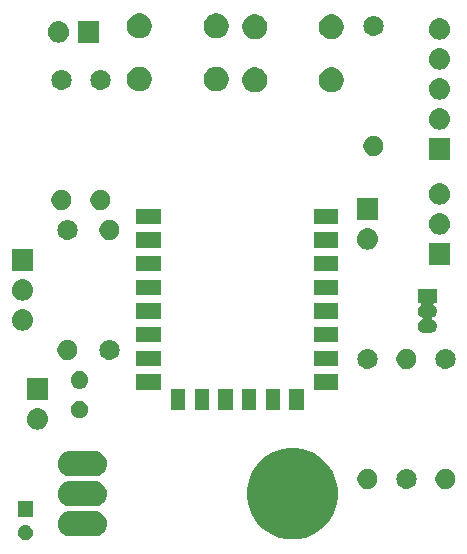
<source format=gbr>
G04 #@! TF.GenerationSoftware,KiCad,Pcbnew,(5.0.1-3-g963ef8bb5)*
G04 #@! TF.CreationDate,2020-03-04T16:59:10-05:00*
G04 #@! TF.ProjectId,NeuMaE,4E65754D61452E6B696361645F706362,rev?*
G04 #@! TF.SameCoordinates,Original*
G04 #@! TF.FileFunction,Soldermask,Top*
G04 #@! TF.FilePolarity,Negative*
%FSLAX46Y46*%
G04 Gerber Fmt 4.6, Leading zero omitted, Abs format (unit mm)*
G04 Created by KiCad (PCBNEW (5.0.1-3-g963ef8bb5)) date Wednesday, 04 March 2020 at 16:59:10*
%MOMM*%
%LPD*%
G01*
G04 APERTURE LIST*
G04 #@! TA.AperFunction,NonConductor*
%ADD10C,0.100000*%
G04 #@! TD*
G04 APERTURE END LIST*
D10*
G36*
X50481890Y-60302017D02*
X50600361Y-60351089D01*
X50600364Y-60351091D01*
X50684285Y-60407165D01*
X50706992Y-60422338D01*
X50797662Y-60513008D01*
X50868911Y-60619639D01*
X50917983Y-60738110D01*
X50943000Y-60863881D01*
X50943000Y-60992119D01*
X50917983Y-61117890D01*
X50868911Y-61236361D01*
X50797662Y-61342992D01*
X50706992Y-61433662D01*
X50600361Y-61504911D01*
X50481890Y-61553983D01*
X50356119Y-61579000D01*
X50227881Y-61579000D01*
X50102110Y-61553983D01*
X49983639Y-61504911D01*
X49877008Y-61433662D01*
X49786338Y-61342992D01*
X49715089Y-61236361D01*
X49666017Y-61117890D01*
X49641000Y-60992119D01*
X49641000Y-60863881D01*
X49666017Y-60738110D01*
X49715089Y-60619639D01*
X49786338Y-60513008D01*
X49877008Y-60422338D01*
X49899716Y-60407165D01*
X49983636Y-60351091D01*
X49983639Y-60351089D01*
X50102110Y-60302017D01*
X50227881Y-60277000D01*
X50356119Y-60277000D01*
X50481890Y-60302017D01*
X50481890Y-60302017D01*
G37*
G36*
X74024211Y-53945375D02*
X74726868Y-54236425D01*
X75359247Y-54658967D01*
X75897033Y-55196753D01*
X76319575Y-55829132D01*
X76610625Y-56531789D01*
X76759000Y-57277723D01*
X76759000Y-58038277D01*
X76610625Y-58784211D01*
X76319575Y-59486868D01*
X75897033Y-60119247D01*
X75359247Y-60657033D01*
X74726868Y-61079575D01*
X74024211Y-61370625D01*
X73278277Y-61519000D01*
X72517723Y-61519000D01*
X71771789Y-61370625D01*
X71069132Y-61079575D01*
X70436753Y-60657033D01*
X69898967Y-60119247D01*
X69476425Y-59486868D01*
X69185375Y-58784211D01*
X69037000Y-58038277D01*
X69037000Y-57277723D01*
X69185375Y-56531789D01*
X69476425Y-55829132D01*
X69898967Y-55196753D01*
X70436753Y-54658967D01*
X71069132Y-54236425D01*
X71771789Y-53945375D01*
X72517723Y-53797000D01*
X73278277Y-53797000D01*
X74024211Y-53945375D01*
X74024211Y-53945375D01*
G37*
G36*
X56249114Y-59137176D02*
X56343168Y-59146439D01*
X56544299Y-59207451D01*
X56576899Y-59224876D01*
X56729662Y-59306529D01*
X56892133Y-59439867D01*
X57025471Y-59602338D01*
X57107124Y-59755101D01*
X57124549Y-59787701D01*
X57185561Y-59988832D01*
X57206162Y-60198000D01*
X57185561Y-60407168D01*
X57124549Y-60608299D01*
X57107124Y-60640899D01*
X57025471Y-60793662D01*
X56892133Y-60956133D01*
X56729662Y-61089471D01*
X56576899Y-61171124D01*
X56544299Y-61188549D01*
X56343168Y-61249561D01*
X56249114Y-61258824D01*
X56186413Y-61265000D01*
X54049587Y-61265000D01*
X53986886Y-61258824D01*
X53892832Y-61249561D01*
X53691701Y-61188549D01*
X53659101Y-61171124D01*
X53506338Y-61089471D01*
X53343867Y-60956133D01*
X53210529Y-60793662D01*
X53128876Y-60640899D01*
X53111451Y-60608299D01*
X53050439Y-60407168D01*
X53029838Y-60198000D01*
X53050439Y-59988832D01*
X53111451Y-59787701D01*
X53128876Y-59755101D01*
X53210529Y-59602338D01*
X53343867Y-59439867D01*
X53506338Y-59306529D01*
X53659101Y-59224876D01*
X53691701Y-59207451D01*
X53892832Y-59146439D01*
X53986886Y-59137176D01*
X54049587Y-59131000D01*
X56186413Y-59131000D01*
X56249114Y-59137176D01*
X56249114Y-59137176D01*
G37*
G36*
X50943000Y-59579000D02*
X49641000Y-59579000D01*
X49641000Y-58277000D01*
X50943000Y-58277000D01*
X50943000Y-59579000D01*
X50943000Y-59579000D01*
G37*
G36*
X56249114Y-56597176D02*
X56343168Y-56606439D01*
X56544299Y-56667451D01*
X56576899Y-56684876D01*
X56729662Y-56766529D01*
X56892133Y-56899867D01*
X57025471Y-57062338D01*
X57068129Y-57142147D01*
X57124549Y-57247701D01*
X57185561Y-57448832D01*
X57206162Y-57658000D01*
X57185561Y-57867168D01*
X57124549Y-58068299D01*
X57124546Y-58068304D01*
X57025471Y-58253662D01*
X56892133Y-58416133D01*
X56729662Y-58549471D01*
X56576899Y-58631124D01*
X56544299Y-58648549D01*
X56343168Y-58709561D01*
X56249114Y-58718824D01*
X56186413Y-58725000D01*
X54049587Y-58725000D01*
X53986886Y-58718824D01*
X53892832Y-58709561D01*
X53691701Y-58648549D01*
X53659101Y-58631124D01*
X53506338Y-58549471D01*
X53343867Y-58416133D01*
X53210529Y-58253662D01*
X53111454Y-58068304D01*
X53111451Y-58068299D01*
X53050439Y-57867168D01*
X53029838Y-57658000D01*
X53050439Y-57448832D01*
X53111451Y-57247701D01*
X53167871Y-57142147D01*
X53210529Y-57062338D01*
X53343867Y-56899867D01*
X53506338Y-56766529D01*
X53659101Y-56684876D01*
X53691701Y-56667451D01*
X53892832Y-56606439D01*
X53986886Y-56597176D01*
X54049587Y-56591000D01*
X56186413Y-56591000D01*
X56249114Y-56597176D01*
X56249114Y-56597176D01*
G37*
G36*
X79496228Y-55569703D02*
X79651100Y-55633853D01*
X79790481Y-55726985D01*
X79909015Y-55845519D01*
X80002147Y-55984900D01*
X80066297Y-56139772D01*
X80099000Y-56304184D01*
X80099000Y-56471816D01*
X80066297Y-56636228D01*
X80002147Y-56791100D01*
X79909015Y-56930481D01*
X79790481Y-57049015D01*
X79651100Y-57142147D01*
X79496228Y-57206297D01*
X79331816Y-57239000D01*
X79164184Y-57239000D01*
X78999772Y-57206297D01*
X78844900Y-57142147D01*
X78705519Y-57049015D01*
X78586985Y-56930481D01*
X78493853Y-56791100D01*
X78429703Y-56636228D01*
X78397000Y-56471816D01*
X78397000Y-56304184D01*
X78429703Y-56139772D01*
X78493853Y-55984900D01*
X78586985Y-55845519D01*
X78705519Y-55726985D01*
X78844900Y-55633853D01*
X78999772Y-55569703D01*
X79164184Y-55537000D01*
X79331816Y-55537000D01*
X79496228Y-55569703D01*
X79496228Y-55569703D01*
G37*
G36*
X82716821Y-55549313D02*
X82716824Y-55549314D01*
X82716825Y-55549314D01*
X82877239Y-55597975D01*
X82877241Y-55597976D01*
X82877244Y-55597977D01*
X83025078Y-55676995D01*
X83154659Y-55783341D01*
X83261005Y-55912922D01*
X83340023Y-56060756D01*
X83340024Y-56060759D01*
X83340025Y-56060761D01*
X83373029Y-56169561D01*
X83388687Y-56221179D01*
X83405117Y-56388000D01*
X83388687Y-56554821D01*
X83388686Y-56554824D01*
X83388686Y-56554825D01*
X83363993Y-56636228D01*
X83340023Y-56715244D01*
X83261005Y-56863078D01*
X83154659Y-56992659D01*
X83025078Y-57099005D01*
X82877244Y-57178023D01*
X82877241Y-57178024D01*
X82877239Y-57178025D01*
X82716825Y-57226686D01*
X82716824Y-57226686D01*
X82716821Y-57226687D01*
X82591804Y-57239000D01*
X82508196Y-57239000D01*
X82383179Y-57226687D01*
X82383176Y-57226686D01*
X82383175Y-57226686D01*
X82222761Y-57178025D01*
X82222759Y-57178024D01*
X82222756Y-57178023D01*
X82074922Y-57099005D01*
X81945341Y-56992659D01*
X81838995Y-56863078D01*
X81759977Y-56715244D01*
X81736008Y-56636228D01*
X81711314Y-56554825D01*
X81711314Y-56554824D01*
X81711313Y-56554821D01*
X81694883Y-56388000D01*
X81711313Y-56221179D01*
X81726971Y-56169561D01*
X81759975Y-56060761D01*
X81759976Y-56060759D01*
X81759977Y-56060756D01*
X81838995Y-55912922D01*
X81945341Y-55783341D01*
X82074922Y-55676995D01*
X82222756Y-55597977D01*
X82222759Y-55597976D01*
X82222761Y-55597975D01*
X82383175Y-55549314D01*
X82383176Y-55549314D01*
X82383179Y-55549313D01*
X82508196Y-55537000D01*
X82591804Y-55537000D01*
X82716821Y-55549313D01*
X82716821Y-55549313D01*
G37*
G36*
X86100228Y-55569703D02*
X86255100Y-55633853D01*
X86394481Y-55726985D01*
X86513015Y-55845519D01*
X86606147Y-55984900D01*
X86670297Y-56139772D01*
X86703000Y-56304184D01*
X86703000Y-56471816D01*
X86670297Y-56636228D01*
X86606147Y-56791100D01*
X86513015Y-56930481D01*
X86394481Y-57049015D01*
X86255100Y-57142147D01*
X86100228Y-57206297D01*
X85935816Y-57239000D01*
X85768184Y-57239000D01*
X85603772Y-57206297D01*
X85448900Y-57142147D01*
X85309519Y-57049015D01*
X85190985Y-56930481D01*
X85097853Y-56791100D01*
X85033703Y-56636228D01*
X85001000Y-56471816D01*
X85001000Y-56304184D01*
X85033703Y-56139772D01*
X85097853Y-55984900D01*
X85190985Y-55845519D01*
X85309519Y-55726985D01*
X85448900Y-55633853D01*
X85603772Y-55569703D01*
X85768184Y-55537000D01*
X85935816Y-55537000D01*
X86100228Y-55569703D01*
X86100228Y-55569703D01*
G37*
G36*
X56249114Y-54057176D02*
X56343168Y-54066439D01*
X56544299Y-54127451D01*
X56576899Y-54144876D01*
X56729662Y-54226529D01*
X56892133Y-54359867D01*
X57025471Y-54522338D01*
X57098499Y-54658965D01*
X57124549Y-54707701D01*
X57185561Y-54908832D01*
X57206162Y-55118000D01*
X57185561Y-55327168D01*
X57124549Y-55528299D01*
X57124546Y-55528304D01*
X57025471Y-55713662D01*
X56892133Y-55876133D01*
X56729662Y-56009471D01*
X56576899Y-56091124D01*
X56544299Y-56108549D01*
X56343168Y-56169561D01*
X56249114Y-56178824D01*
X56186413Y-56185000D01*
X54049587Y-56185000D01*
X53986886Y-56178824D01*
X53892832Y-56169561D01*
X53691701Y-56108549D01*
X53659101Y-56091124D01*
X53506338Y-56009471D01*
X53343867Y-55876133D01*
X53210529Y-55713662D01*
X53111454Y-55528304D01*
X53111451Y-55528299D01*
X53050439Y-55327168D01*
X53029838Y-55118000D01*
X53050439Y-54908832D01*
X53111451Y-54707701D01*
X53137501Y-54658965D01*
X53210529Y-54522338D01*
X53343867Y-54359867D01*
X53506338Y-54226529D01*
X53659101Y-54144876D01*
X53691701Y-54127451D01*
X53892832Y-54066439D01*
X53986886Y-54057176D01*
X54049587Y-54051000D01*
X56186413Y-54051000D01*
X56249114Y-54057176D01*
X56249114Y-54057176D01*
G37*
G36*
X51418443Y-50413519D02*
X51484627Y-50420037D01*
X51597853Y-50454384D01*
X51654467Y-50471557D01*
X51793087Y-50545652D01*
X51810991Y-50555222D01*
X51836310Y-50576001D01*
X51948186Y-50667814D01*
X52031448Y-50769271D01*
X52060778Y-50805009D01*
X52060779Y-50805011D01*
X52144443Y-50961533D01*
X52144443Y-50961534D01*
X52195963Y-51131373D01*
X52213359Y-51308000D01*
X52195963Y-51484627D01*
X52161616Y-51597853D01*
X52144443Y-51654467D01*
X52070348Y-51793087D01*
X52060778Y-51810991D01*
X52031448Y-51846729D01*
X51948186Y-51948186D01*
X51846729Y-52031448D01*
X51810991Y-52060778D01*
X51810989Y-52060779D01*
X51654467Y-52144443D01*
X51597853Y-52161616D01*
X51484627Y-52195963D01*
X51418443Y-52202481D01*
X51352260Y-52209000D01*
X51263740Y-52209000D01*
X51197557Y-52202481D01*
X51131373Y-52195963D01*
X51018147Y-52161616D01*
X50961533Y-52144443D01*
X50805011Y-52060779D01*
X50805009Y-52060778D01*
X50769271Y-52031448D01*
X50667814Y-51948186D01*
X50584552Y-51846729D01*
X50555222Y-51810991D01*
X50545652Y-51793087D01*
X50471557Y-51654467D01*
X50454384Y-51597853D01*
X50420037Y-51484627D01*
X50402641Y-51308000D01*
X50420037Y-51131373D01*
X50471557Y-50961534D01*
X50471557Y-50961533D01*
X50555221Y-50805011D01*
X50555222Y-50805009D01*
X50584552Y-50769271D01*
X50667814Y-50667814D01*
X50779690Y-50576001D01*
X50805009Y-50555222D01*
X50822913Y-50545652D01*
X50961533Y-50471557D01*
X51018147Y-50454384D01*
X51131373Y-50420037D01*
X51197558Y-50413518D01*
X51263740Y-50407000D01*
X51352260Y-50407000D01*
X51418443Y-50413519D01*
X51418443Y-50413519D01*
G37*
G36*
X54996004Y-49766544D02*
X55083059Y-49783860D01*
X55219732Y-49840472D01*
X55219733Y-49840473D01*
X55342738Y-49922662D01*
X55447338Y-50027262D01*
X55447340Y-50027265D01*
X55529528Y-50150268D01*
X55586140Y-50286941D01*
X55615000Y-50432033D01*
X55615000Y-50579967D01*
X55586140Y-50725059D01*
X55529528Y-50861732D01*
X55529527Y-50861733D01*
X55447338Y-50984738D01*
X55342738Y-51089338D01*
X55342735Y-51089340D01*
X55219732Y-51171528D01*
X55083059Y-51228140D01*
X54996004Y-51245456D01*
X54937969Y-51257000D01*
X54790031Y-51257000D01*
X54731996Y-51245456D01*
X54644941Y-51228140D01*
X54508268Y-51171528D01*
X54385265Y-51089340D01*
X54385262Y-51089338D01*
X54280662Y-50984738D01*
X54198473Y-50861733D01*
X54198472Y-50861732D01*
X54141860Y-50725059D01*
X54113000Y-50579967D01*
X54113000Y-50432033D01*
X54141860Y-50286941D01*
X54198472Y-50150268D01*
X54280660Y-50027265D01*
X54280662Y-50027262D01*
X54385262Y-49922662D01*
X54508267Y-49840473D01*
X54508268Y-49840472D01*
X54644941Y-49783860D01*
X54731996Y-49766544D01*
X54790031Y-49755000D01*
X54937969Y-49755000D01*
X54996004Y-49766544D01*
X54996004Y-49766544D01*
G37*
G36*
X63838501Y-50576001D02*
X62636501Y-50576001D01*
X62636501Y-48774001D01*
X63838501Y-48774001D01*
X63838501Y-50576001D01*
X63838501Y-50576001D01*
G37*
G36*
X73838501Y-50576001D02*
X72636501Y-50576001D01*
X72636501Y-48774001D01*
X73838501Y-48774001D01*
X73838501Y-50576001D01*
X73838501Y-50576001D01*
G37*
G36*
X71838501Y-50576001D02*
X70636501Y-50576001D01*
X70636501Y-48774001D01*
X71838501Y-48774001D01*
X71838501Y-50576001D01*
X71838501Y-50576001D01*
G37*
G36*
X69838501Y-50576001D02*
X68636501Y-50576001D01*
X68636501Y-48774001D01*
X69838501Y-48774001D01*
X69838501Y-50576001D01*
X69838501Y-50576001D01*
G37*
G36*
X67838501Y-50576001D02*
X66636501Y-50576001D01*
X66636501Y-48774001D01*
X67838501Y-48774001D01*
X67838501Y-50576001D01*
X67838501Y-50576001D01*
G37*
G36*
X65838501Y-50576001D02*
X64636501Y-50576001D01*
X64636501Y-48774001D01*
X65838501Y-48774001D01*
X65838501Y-50576001D01*
X65838501Y-50576001D01*
G37*
G36*
X52209000Y-49669000D02*
X50407000Y-49669000D01*
X50407000Y-47867000D01*
X52209000Y-47867000D01*
X52209000Y-49669000D01*
X52209000Y-49669000D01*
G37*
G36*
X61788501Y-48826001D02*
X59686501Y-48826001D01*
X59686501Y-47524001D01*
X61788501Y-47524001D01*
X61788501Y-48826001D01*
X61788501Y-48826001D01*
G37*
G36*
X76788501Y-48826001D02*
X74686501Y-48826001D01*
X74686501Y-47524001D01*
X76788501Y-47524001D01*
X76788501Y-48826001D01*
X76788501Y-48826001D01*
G37*
G36*
X54996004Y-47266544D02*
X55083059Y-47283860D01*
X55219732Y-47340472D01*
X55219733Y-47340473D01*
X55342738Y-47422662D01*
X55447338Y-47527262D01*
X55447340Y-47527265D01*
X55529528Y-47650268D01*
X55586140Y-47786941D01*
X55615000Y-47932033D01*
X55615000Y-48079967D01*
X55586140Y-48225059D01*
X55529528Y-48361732D01*
X55529527Y-48361733D01*
X55447338Y-48484738D01*
X55342738Y-48589338D01*
X55342735Y-48589340D01*
X55219732Y-48671528D01*
X55083059Y-48728140D01*
X54996004Y-48745456D01*
X54937969Y-48757000D01*
X54790031Y-48757000D01*
X54731996Y-48745456D01*
X54644941Y-48728140D01*
X54508268Y-48671528D01*
X54385265Y-48589340D01*
X54385262Y-48589338D01*
X54280662Y-48484738D01*
X54198473Y-48361733D01*
X54198472Y-48361732D01*
X54141860Y-48225059D01*
X54113000Y-48079967D01*
X54113000Y-47932033D01*
X54141860Y-47786941D01*
X54198472Y-47650268D01*
X54280660Y-47527265D01*
X54280662Y-47527262D01*
X54385262Y-47422662D01*
X54508267Y-47340473D01*
X54508268Y-47340472D01*
X54644941Y-47283860D01*
X54731996Y-47266544D01*
X54790031Y-47255000D01*
X54937969Y-47255000D01*
X54996004Y-47266544D01*
X54996004Y-47266544D01*
G37*
G36*
X82798228Y-45409703D02*
X82953100Y-45473853D01*
X83092481Y-45566985D01*
X83211015Y-45685519D01*
X83304147Y-45824900D01*
X83368297Y-45979772D01*
X83401000Y-46144184D01*
X83401000Y-46311816D01*
X83368297Y-46476228D01*
X83304147Y-46631100D01*
X83211015Y-46770481D01*
X83092481Y-46889015D01*
X82953100Y-46982147D01*
X82798228Y-47046297D01*
X82633816Y-47079000D01*
X82466184Y-47079000D01*
X82301772Y-47046297D01*
X82146900Y-46982147D01*
X82007519Y-46889015D01*
X81888985Y-46770481D01*
X81795853Y-46631100D01*
X81731703Y-46476228D01*
X81699000Y-46311816D01*
X81699000Y-46144184D01*
X81731703Y-45979772D01*
X81795853Y-45824900D01*
X81888985Y-45685519D01*
X82007519Y-45566985D01*
X82146900Y-45473853D01*
X82301772Y-45409703D01*
X82466184Y-45377000D01*
X82633816Y-45377000D01*
X82798228Y-45409703D01*
X82798228Y-45409703D01*
G37*
G36*
X86018821Y-45389313D02*
X86018824Y-45389314D01*
X86018825Y-45389314D01*
X86179239Y-45437975D01*
X86179241Y-45437976D01*
X86179244Y-45437977D01*
X86327078Y-45516995D01*
X86456659Y-45623341D01*
X86563005Y-45752922D01*
X86642023Y-45900756D01*
X86642024Y-45900759D01*
X86642025Y-45900761D01*
X86674701Y-46008481D01*
X86690687Y-46061179D01*
X86707117Y-46228000D01*
X86690687Y-46394821D01*
X86690686Y-46394824D01*
X86690686Y-46394825D01*
X86665993Y-46476228D01*
X86642023Y-46555244D01*
X86563005Y-46703078D01*
X86456659Y-46832659D01*
X86327078Y-46939005D01*
X86179244Y-47018023D01*
X86179241Y-47018024D01*
X86179239Y-47018025D01*
X86018825Y-47066686D01*
X86018824Y-47066686D01*
X86018821Y-47066687D01*
X85893804Y-47079000D01*
X85810196Y-47079000D01*
X85685179Y-47066687D01*
X85685176Y-47066686D01*
X85685175Y-47066686D01*
X85524761Y-47018025D01*
X85524759Y-47018024D01*
X85524756Y-47018023D01*
X85376922Y-46939005D01*
X85247341Y-46832659D01*
X85140995Y-46703078D01*
X85061977Y-46555244D01*
X85038008Y-46476228D01*
X85013314Y-46394825D01*
X85013314Y-46394824D01*
X85013313Y-46394821D01*
X84996883Y-46228000D01*
X85013313Y-46061179D01*
X85029299Y-46008481D01*
X85061975Y-45900761D01*
X85061976Y-45900759D01*
X85061977Y-45900756D01*
X85140995Y-45752922D01*
X85247341Y-45623341D01*
X85376922Y-45516995D01*
X85524756Y-45437977D01*
X85524759Y-45437976D01*
X85524761Y-45437975D01*
X85685175Y-45389314D01*
X85685176Y-45389314D01*
X85685179Y-45389313D01*
X85810196Y-45377000D01*
X85893804Y-45377000D01*
X86018821Y-45389313D01*
X86018821Y-45389313D01*
G37*
G36*
X79414821Y-45389313D02*
X79414824Y-45389314D01*
X79414825Y-45389314D01*
X79575239Y-45437975D01*
X79575241Y-45437976D01*
X79575244Y-45437977D01*
X79723078Y-45516995D01*
X79852659Y-45623341D01*
X79959005Y-45752922D01*
X80038023Y-45900756D01*
X80038024Y-45900759D01*
X80038025Y-45900761D01*
X80070701Y-46008481D01*
X80086687Y-46061179D01*
X80103117Y-46228000D01*
X80086687Y-46394821D01*
X80086686Y-46394824D01*
X80086686Y-46394825D01*
X80061993Y-46476228D01*
X80038023Y-46555244D01*
X79959005Y-46703078D01*
X79852659Y-46832659D01*
X79723078Y-46939005D01*
X79575244Y-47018023D01*
X79575241Y-47018024D01*
X79575239Y-47018025D01*
X79414825Y-47066686D01*
X79414824Y-47066686D01*
X79414821Y-47066687D01*
X79289804Y-47079000D01*
X79206196Y-47079000D01*
X79081179Y-47066687D01*
X79081176Y-47066686D01*
X79081175Y-47066686D01*
X78920761Y-47018025D01*
X78920759Y-47018024D01*
X78920756Y-47018023D01*
X78772922Y-46939005D01*
X78643341Y-46832659D01*
X78536995Y-46703078D01*
X78457977Y-46555244D01*
X78434008Y-46476228D01*
X78409314Y-46394825D01*
X78409314Y-46394824D01*
X78409313Y-46394821D01*
X78392883Y-46228000D01*
X78409313Y-46061179D01*
X78425299Y-46008481D01*
X78457975Y-45900761D01*
X78457976Y-45900759D01*
X78457977Y-45900756D01*
X78536995Y-45752922D01*
X78643341Y-45623341D01*
X78772922Y-45516995D01*
X78920756Y-45437977D01*
X78920759Y-45437976D01*
X78920761Y-45437975D01*
X79081175Y-45389314D01*
X79081176Y-45389314D01*
X79081179Y-45389313D01*
X79206196Y-45377000D01*
X79289804Y-45377000D01*
X79414821Y-45389313D01*
X79414821Y-45389313D01*
G37*
G36*
X76788501Y-46826001D02*
X74686501Y-46826001D01*
X74686501Y-45524001D01*
X76788501Y-45524001D01*
X76788501Y-46826001D01*
X76788501Y-46826001D01*
G37*
G36*
X61788501Y-46826001D02*
X59686501Y-46826001D01*
X59686501Y-45524001D01*
X61788501Y-45524001D01*
X61788501Y-46826001D01*
X61788501Y-46826001D01*
G37*
G36*
X57570821Y-44627313D02*
X57570824Y-44627314D01*
X57570825Y-44627314D01*
X57731239Y-44675975D01*
X57731241Y-44675976D01*
X57731244Y-44675977D01*
X57879078Y-44754995D01*
X58008659Y-44861341D01*
X58115005Y-44990922D01*
X58194023Y-45138756D01*
X58194024Y-45138759D01*
X58194025Y-45138761D01*
X58242686Y-45299175D01*
X58242687Y-45299179D01*
X58259117Y-45466000D01*
X58242687Y-45632821D01*
X58242686Y-45632824D01*
X58242686Y-45632825D01*
X58217993Y-45714228D01*
X58194023Y-45793244D01*
X58115005Y-45941078D01*
X58008659Y-46070659D01*
X57879078Y-46177005D01*
X57731244Y-46256023D01*
X57731241Y-46256024D01*
X57731239Y-46256025D01*
X57570825Y-46304686D01*
X57570824Y-46304686D01*
X57570821Y-46304687D01*
X57445804Y-46317000D01*
X57362196Y-46317000D01*
X57237179Y-46304687D01*
X57237176Y-46304686D01*
X57237175Y-46304686D01*
X57076761Y-46256025D01*
X57076759Y-46256024D01*
X57076756Y-46256023D01*
X56928922Y-46177005D01*
X56799341Y-46070659D01*
X56692995Y-45941078D01*
X56613977Y-45793244D01*
X56590008Y-45714228D01*
X56565314Y-45632825D01*
X56565314Y-45632824D01*
X56565313Y-45632821D01*
X56548883Y-45466000D01*
X56565313Y-45299179D01*
X56565314Y-45299175D01*
X56613975Y-45138761D01*
X56613976Y-45138759D01*
X56613977Y-45138756D01*
X56692995Y-44990922D01*
X56799341Y-44861341D01*
X56928922Y-44754995D01*
X57076756Y-44675977D01*
X57076759Y-44675976D01*
X57076761Y-44675975D01*
X57237175Y-44627314D01*
X57237176Y-44627314D01*
X57237179Y-44627313D01*
X57362196Y-44615000D01*
X57445804Y-44615000D01*
X57570821Y-44627313D01*
X57570821Y-44627313D01*
G37*
G36*
X54096228Y-44647703D02*
X54251100Y-44711853D01*
X54390481Y-44804985D01*
X54509015Y-44923519D01*
X54602147Y-45062900D01*
X54666297Y-45217772D01*
X54699000Y-45382184D01*
X54699000Y-45549816D01*
X54666297Y-45714228D01*
X54602147Y-45869100D01*
X54509015Y-46008481D01*
X54390481Y-46127015D01*
X54251100Y-46220147D01*
X54096228Y-46284297D01*
X53931816Y-46317000D01*
X53764184Y-46317000D01*
X53599772Y-46284297D01*
X53444900Y-46220147D01*
X53305519Y-46127015D01*
X53186985Y-46008481D01*
X53093853Y-45869100D01*
X53029703Y-45714228D01*
X52997000Y-45549816D01*
X52997000Y-45382184D01*
X53029703Y-45217772D01*
X53093853Y-45062900D01*
X53186985Y-44923519D01*
X53305519Y-44804985D01*
X53444900Y-44711853D01*
X53599772Y-44647703D01*
X53764184Y-44615000D01*
X53931816Y-44615000D01*
X54096228Y-44647703D01*
X54096228Y-44647703D01*
G37*
G36*
X61788501Y-44826001D02*
X59686501Y-44826001D01*
X59686501Y-43524001D01*
X61788501Y-43524001D01*
X61788501Y-44826001D01*
X61788501Y-44826001D01*
G37*
G36*
X76788501Y-44826001D02*
X74686501Y-44826001D01*
X74686501Y-43524001D01*
X76788501Y-43524001D01*
X76788501Y-44826001D01*
X76788501Y-44826001D01*
G37*
G36*
X85129000Y-41470000D02*
X84964664Y-41470000D01*
X84940278Y-41472402D01*
X84916829Y-41479515D01*
X84895218Y-41491066D01*
X84876276Y-41506612D01*
X84860730Y-41525554D01*
X84849179Y-41547165D01*
X84842066Y-41570614D01*
X84839664Y-41595000D01*
X84842066Y-41619386D01*
X84849179Y-41642835D01*
X84860730Y-41664446D01*
X84885365Y-41691626D01*
X84962264Y-41754736D01*
X85034244Y-41842443D01*
X85087729Y-41942508D01*
X85120666Y-42051084D01*
X85131787Y-42164000D01*
X85120666Y-42276916D01*
X85087729Y-42385492D01*
X85087726Y-42385497D01*
X85034244Y-42485557D01*
X84962264Y-42573264D01*
X84874557Y-42645244D01*
X84793143Y-42688760D01*
X84772768Y-42702373D01*
X84755441Y-42719701D01*
X84741827Y-42740075D01*
X84732450Y-42762714D01*
X84727669Y-42786747D01*
X84727669Y-42811252D01*
X84732449Y-42835285D01*
X84741827Y-42857924D01*
X84755440Y-42878299D01*
X84772768Y-42895626D01*
X84793143Y-42909240D01*
X84874557Y-42952756D01*
X84962264Y-43024736D01*
X85034244Y-43112443D01*
X85087729Y-43212508D01*
X85120666Y-43321084D01*
X85131787Y-43434000D01*
X85120666Y-43546916D01*
X85087729Y-43655492D01*
X85034244Y-43755557D01*
X84962264Y-43843264D01*
X84874557Y-43915244D01*
X84774492Y-43968729D01*
X84665916Y-44001666D01*
X84581298Y-44010000D01*
X84074702Y-44010000D01*
X83990084Y-44001666D01*
X83881508Y-43968729D01*
X83781443Y-43915244D01*
X83693736Y-43843264D01*
X83621756Y-43755557D01*
X83568271Y-43655492D01*
X83535334Y-43546916D01*
X83524213Y-43434000D01*
X83535334Y-43321084D01*
X83568271Y-43212508D01*
X83621756Y-43112443D01*
X83693736Y-43024736D01*
X83781443Y-42952756D01*
X83862857Y-42909240D01*
X83883232Y-42895627D01*
X83900559Y-42878299D01*
X83914173Y-42857925D01*
X83923550Y-42835286D01*
X83928331Y-42811253D01*
X83928331Y-42786748D01*
X83923551Y-42762715D01*
X83914173Y-42740076D01*
X83900560Y-42719701D01*
X83883232Y-42702374D01*
X83862857Y-42688760D01*
X83781443Y-42645244D01*
X83693736Y-42573264D01*
X83621756Y-42485557D01*
X83568274Y-42385497D01*
X83568271Y-42385492D01*
X83535334Y-42276916D01*
X83524213Y-42164000D01*
X83535334Y-42051084D01*
X83568271Y-41942508D01*
X83621756Y-41842443D01*
X83693736Y-41754736D01*
X83770635Y-41691626D01*
X83787962Y-41674299D01*
X83801576Y-41653924D01*
X83810954Y-41631285D01*
X83815734Y-41607252D01*
X83815734Y-41582748D01*
X83810953Y-41558714D01*
X83801576Y-41536075D01*
X83787962Y-41515701D01*
X83770635Y-41498374D01*
X83750260Y-41484760D01*
X83727621Y-41475382D01*
X83691336Y-41470000D01*
X83527000Y-41470000D01*
X83527000Y-40318000D01*
X85129000Y-40318000D01*
X85129000Y-41470000D01*
X85129000Y-41470000D01*
G37*
G36*
X50148442Y-42031518D02*
X50214627Y-42038037D01*
X50327853Y-42072384D01*
X50384467Y-42089557D01*
X50523087Y-42163652D01*
X50540991Y-42173222D01*
X50576729Y-42202552D01*
X50678186Y-42285814D01*
X50761448Y-42387271D01*
X50790778Y-42423009D01*
X50790779Y-42423011D01*
X50874443Y-42579533D01*
X50874443Y-42579534D01*
X50925963Y-42749373D01*
X50943359Y-42926000D01*
X50925963Y-43102627D01*
X50922985Y-43112443D01*
X50874443Y-43272467D01*
X50848456Y-43321084D01*
X50790778Y-43428991D01*
X50786667Y-43434000D01*
X50678186Y-43566186D01*
X50576729Y-43649448D01*
X50540991Y-43678778D01*
X50540989Y-43678779D01*
X50384467Y-43762443D01*
X50327853Y-43779616D01*
X50214627Y-43813963D01*
X50148442Y-43820482D01*
X50082260Y-43827000D01*
X49993740Y-43827000D01*
X49927558Y-43820482D01*
X49861373Y-43813963D01*
X49748147Y-43779616D01*
X49691533Y-43762443D01*
X49535011Y-43678779D01*
X49535009Y-43678778D01*
X49499271Y-43649448D01*
X49397814Y-43566186D01*
X49289333Y-43434000D01*
X49285222Y-43428991D01*
X49227544Y-43321084D01*
X49201557Y-43272467D01*
X49153015Y-43112443D01*
X49150037Y-43102627D01*
X49132641Y-42926000D01*
X49150037Y-42749373D01*
X49201557Y-42579534D01*
X49201557Y-42579533D01*
X49285221Y-42423011D01*
X49285222Y-42423009D01*
X49314552Y-42387271D01*
X49397814Y-42285814D01*
X49499271Y-42202552D01*
X49535009Y-42173222D01*
X49552913Y-42163652D01*
X49691533Y-42089557D01*
X49748147Y-42072384D01*
X49861373Y-42038037D01*
X49927558Y-42031518D01*
X49993740Y-42025000D01*
X50082260Y-42025000D01*
X50148442Y-42031518D01*
X50148442Y-42031518D01*
G37*
G36*
X76788501Y-42826001D02*
X74686501Y-42826001D01*
X74686501Y-41524001D01*
X76788501Y-41524001D01*
X76788501Y-42826001D01*
X76788501Y-42826001D01*
G37*
G36*
X61788501Y-42826001D02*
X59686501Y-42826001D01*
X59686501Y-41524001D01*
X61788501Y-41524001D01*
X61788501Y-42826001D01*
X61788501Y-42826001D01*
G37*
G36*
X50148443Y-39491519D02*
X50214627Y-39498037D01*
X50300219Y-39524001D01*
X50384467Y-39549557D01*
X50523087Y-39623652D01*
X50540991Y-39633222D01*
X50576729Y-39662552D01*
X50678186Y-39745814D01*
X50761448Y-39847271D01*
X50790778Y-39883009D01*
X50790779Y-39883011D01*
X50874443Y-40039533D01*
X50874443Y-40039534D01*
X50925963Y-40209373D01*
X50943359Y-40386000D01*
X50925963Y-40562627D01*
X50891616Y-40675853D01*
X50874443Y-40732467D01*
X50824447Y-40826001D01*
X50790778Y-40888991D01*
X50761448Y-40924729D01*
X50678186Y-41026186D01*
X50576729Y-41109448D01*
X50540991Y-41138778D01*
X50540989Y-41138779D01*
X50384467Y-41222443D01*
X50327853Y-41239616D01*
X50214627Y-41273963D01*
X50148443Y-41280481D01*
X50082260Y-41287000D01*
X49993740Y-41287000D01*
X49927557Y-41280481D01*
X49861373Y-41273963D01*
X49748147Y-41239616D01*
X49691533Y-41222443D01*
X49535011Y-41138779D01*
X49535009Y-41138778D01*
X49499271Y-41109448D01*
X49397814Y-41026186D01*
X49314552Y-40924729D01*
X49285222Y-40888991D01*
X49251553Y-40826001D01*
X49201557Y-40732467D01*
X49184384Y-40675853D01*
X49150037Y-40562627D01*
X49132641Y-40386000D01*
X49150037Y-40209373D01*
X49201557Y-40039534D01*
X49201557Y-40039533D01*
X49285221Y-39883011D01*
X49285222Y-39883009D01*
X49314552Y-39847271D01*
X49397814Y-39745814D01*
X49499271Y-39662552D01*
X49535009Y-39633222D01*
X49552913Y-39623652D01*
X49691533Y-39549557D01*
X49775781Y-39524001D01*
X49861373Y-39498037D01*
X49927557Y-39491519D01*
X49993740Y-39485000D01*
X50082260Y-39485000D01*
X50148443Y-39491519D01*
X50148443Y-39491519D01*
G37*
G36*
X61788501Y-40826001D02*
X59686501Y-40826001D01*
X59686501Y-39524001D01*
X61788501Y-39524001D01*
X61788501Y-40826001D01*
X61788501Y-40826001D01*
G37*
G36*
X76788501Y-40826001D02*
X74686501Y-40826001D01*
X74686501Y-39524001D01*
X76788501Y-39524001D01*
X76788501Y-40826001D01*
X76788501Y-40826001D01*
G37*
G36*
X76788501Y-38826001D02*
X74686501Y-38826001D01*
X74686501Y-37524001D01*
X76788501Y-37524001D01*
X76788501Y-38826001D01*
X76788501Y-38826001D01*
G37*
G36*
X61788501Y-38826001D02*
X59686501Y-38826001D01*
X59686501Y-37524001D01*
X61788501Y-37524001D01*
X61788501Y-38826001D01*
X61788501Y-38826001D01*
G37*
G36*
X50939000Y-38747000D02*
X49137000Y-38747000D01*
X49137000Y-36945000D01*
X50939000Y-36945000D01*
X50939000Y-38747000D01*
X50939000Y-38747000D01*
G37*
G36*
X86245000Y-38239000D02*
X84443000Y-38239000D01*
X84443000Y-36437000D01*
X86245000Y-36437000D01*
X86245000Y-38239000D01*
X86245000Y-38239000D01*
G37*
G36*
X79358442Y-35173518D02*
X79424627Y-35180037D01*
X79537853Y-35214384D01*
X79594467Y-35231557D01*
X79724363Y-35300989D01*
X79750991Y-35315222D01*
X79786729Y-35344552D01*
X79888186Y-35427814D01*
X79967123Y-35524001D01*
X80000778Y-35565009D01*
X80000779Y-35565011D01*
X80084443Y-35721533D01*
X80084443Y-35721534D01*
X80135963Y-35891373D01*
X80153359Y-36068000D01*
X80135963Y-36244627D01*
X80101616Y-36357853D01*
X80084443Y-36414467D01*
X80010348Y-36553087D01*
X80000778Y-36570991D01*
X79971448Y-36606729D01*
X79888186Y-36708186D01*
X79786729Y-36791448D01*
X79750991Y-36820778D01*
X79733087Y-36830348D01*
X79594467Y-36904443D01*
X79537853Y-36921616D01*
X79424627Y-36955963D01*
X79358442Y-36962482D01*
X79292260Y-36969000D01*
X79203740Y-36969000D01*
X79137558Y-36962482D01*
X79071373Y-36955963D01*
X78958147Y-36921616D01*
X78901533Y-36904443D01*
X78762913Y-36830348D01*
X78745009Y-36820778D01*
X78709271Y-36791448D01*
X78607814Y-36708186D01*
X78524552Y-36606729D01*
X78495222Y-36570991D01*
X78485652Y-36553087D01*
X78411557Y-36414467D01*
X78394384Y-36357853D01*
X78360037Y-36244627D01*
X78342641Y-36068000D01*
X78360037Y-35891373D01*
X78411557Y-35721534D01*
X78411557Y-35721533D01*
X78495221Y-35565011D01*
X78495222Y-35565009D01*
X78528877Y-35524001D01*
X78607814Y-35427814D01*
X78709271Y-35344552D01*
X78745009Y-35315222D01*
X78771637Y-35300989D01*
X78901533Y-35231557D01*
X78958147Y-35214384D01*
X79071373Y-35180037D01*
X79137558Y-35173518D01*
X79203740Y-35167000D01*
X79292260Y-35167000D01*
X79358442Y-35173518D01*
X79358442Y-35173518D01*
G37*
G36*
X76788501Y-36826001D02*
X74686501Y-36826001D01*
X74686501Y-35524001D01*
X76788501Y-35524001D01*
X76788501Y-36826001D01*
X76788501Y-36826001D01*
G37*
G36*
X61788501Y-36826001D02*
X59686501Y-36826001D01*
X59686501Y-35524001D01*
X61788501Y-35524001D01*
X61788501Y-36826001D01*
X61788501Y-36826001D01*
G37*
G36*
X54014821Y-34467313D02*
X54014824Y-34467314D01*
X54014825Y-34467314D01*
X54175239Y-34515975D01*
X54175241Y-34515976D01*
X54175244Y-34515977D01*
X54323078Y-34594995D01*
X54452659Y-34701341D01*
X54559005Y-34830922D01*
X54638023Y-34978756D01*
X54638024Y-34978759D01*
X54638025Y-34978761D01*
X54686686Y-35139175D01*
X54686687Y-35139179D01*
X54703117Y-35306000D01*
X54686687Y-35472821D01*
X54686686Y-35472824D01*
X54686686Y-35472825D01*
X54658722Y-35565011D01*
X54638023Y-35633244D01*
X54559005Y-35781078D01*
X54452659Y-35910659D01*
X54323078Y-36017005D01*
X54175244Y-36096023D01*
X54175241Y-36096024D01*
X54175239Y-36096025D01*
X54014825Y-36144686D01*
X54014824Y-36144686D01*
X54014821Y-36144687D01*
X53889804Y-36157000D01*
X53806196Y-36157000D01*
X53681179Y-36144687D01*
X53681176Y-36144686D01*
X53681175Y-36144686D01*
X53520761Y-36096025D01*
X53520759Y-36096024D01*
X53520756Y-36096023D01*
X53372922Y-36017005D01*
X53243341Y-35910659D01*
X53136995Y-35781078D01*
X53057977Y-35633244D01*
X53037279Y-35565011D01*
X53009314Y-35472825D01*
X53009314Y-35472824D01*
X53009313Y-35472821D01*
X52992883Y-35306000D01*
X53009313Y-35139179D01*
X53009314Y-35139175D01*
X53057975Y-34978761D01*
X53057976Y-34978759D01*
X53057977Y-34978756D01*
X53136995Y-34830922D01*
X53243341Y-34701341D01*
X53372922Y-34594995D01*
X53520756Y-34515977D01*
X53520759Y-34515976D01*
X53520761Y-34515975D01*
X53681175Y-34467314D01*
X53681176Y-34467314D01*
X53681179Y-34467313D01*
X53806196Y-34455000D01*
X53889804Y-34455000D01*
X54014821Y-34467313D01*
X54014821Y-34467313D01*
G37*
G36*
X57652228Y-34487703D02*
X57807100Y-34551853D01*
X57946481Y-34644985D01*
X58065015Y-34763519D01*
X58158147Y-34902900D01*
X58222297Y-35057772D01*
X58255000Y-35222184D01*
X58255000Y-35389816D01*
X58222297Y-35554228D01*
X58158147Y-35709100D01*
X58065015Y-35848481D01*
X57946481Y-35967015D01*
X57807100Y-36060147D01*
X57652228Y-36124297D01*
X57487816Y-36157000D01*
X57320184Y-36157000D01*
X57155772Y-36124297D01*
X57000900Y-36060147D01*
X56861519Y-35967015D01*
X56742985Y-35848481D01*
X56649853Y-35709100D01*
X56585703Y-35554228D01*
X56553000Y-35389816D01*
X56553000Y-35222184D01*
X56585703Y-35057772D01*
X56649853Y-34902900D01*
X56742985Y-34763519D01*
X56861519Y-34644985D01*
X57000900Y-34551853D01*
X57155772Y-34487703D01*
X57320184Y-34455000D01*
X57487816Y-34455000D01*
X57652228Y-34487703D01*
X57652228Y-34487703D01*
G37*
G36*
X85454443Y-33903519D02*
X85520627Y-33910037D01*
X85633853Y-33944384D01*
X85690467Y-33961557D01*
X85829087Y-34035652D01*
X85846991Y-34045222D01*
X85882729Y-34074552D01*
X85984186Y-34157814D01*
X86067448Y-34259271D01*
X86096778Y-34295009D01*
X86096779Y-34295011D01*
X86180443Y-34451533D01*
X86185230Y-34467314D01*
X86231963Y-34621373D01*
X86249359Y-34798000D01*
X86231963Y-34974627D01*
X86206741Y-35057772D01*
X86180443Y-35144467D01*
X86161430Y-35180037D01*
X86096778Y-35300991D01*
X86067448Y-35336729D01*
X85984186Y-35438186D01*
X85882729Y-35521448D01*
X85846991Y-35550778D01*
X85829087Y-35560348D01*
X85690467Y-35634443D01*
X85633853Y-35651616D01*
X85520627Y-35685963D01*
X85454442Y-35692482D01*
X85388260Y-35699000D01*
X85299740Y-35699000D01*
X85233558Y-35692482D01*
X85167373Y-35685963D01*
X85054147Y-35651616D01*
X84997533Y-35634443D01*
X84858913Y-35560348D01*
X84841009Y-35550778D01*
X84805271Y-35521448D01*
X84703814Y-35438186D01*
X84620552Y-35336729D01*
X84591222Y-35300991D01*
X84526570Y-35180037D01*
X84507557Y-35144467D01*
X84481259Y-35057772D01*
X84456037Y-34974627D01*
X84438641Y-34798000D01*
X84456037Y-34621373D01*
X84502770Y-34467314D01*
X84507557Y-34451533D01*
X84591221Y-34295011D01*
X84591222Y-34295009D01*
X84620552Y-34259271D01*
X84703814Y-34157814D01*
X84805271Y-34074552D01*
X84841009Y-34045222D01*
X84858913Y-34035652D01*
X84997533Y-33961557D01*
X85054147Y-33944384D01*
X85167373Y-33910037D01*
X85233557Y-33903519D01*
X85299740Y-33897000D01*
X85388260Y-33897000D01*
X85454443Y-33903519D01*
X85454443Y-33903519D01*
G37*
G36*
X76788501Y-34826001D02*
X74686501Y-34826001D01*
X74686501Y-33524001D01*
X76788501Y-33524001D01*
X76788501Y-34826001D01*
X76788501Y-34826001D01*
G37*
G36*
X61788501Y-34826001D02*
X59686501Y-34826001D01*
X59686501Y-33524001D01*
X61788501Y-33524001D01*
X61788501Y-34826001D01*
X61788501Y-34826001D01*
G37*
G36*
X80149000Y-34429000D02*
X78347000Y-34429000D01*
X78347000Y-32627000D01*
X80149000Y-32627000D01*
X80149000Y-34429000D01*
X80149000Y-34429000D01*
G37*
G36*
X56890228Y-31947703D02*
X57045100Y-32011853D01*
X57184481Y-32104985D01*
X57303015Y-32223519D01*
X57396147Y-32362900D01*
X57460297Y-32517772D01*
X57493000Y-32682184D01*
X57493000Y-32849816D01*
X57460297Y-33014228D01*
X57396147Y-33169100D01*
X57303015Y-33308481D01*
X57184481Y-33427015D01*
X57045100Y-33520147D01*
X56890228Y-33584297D01*
X56725816Y-33617000D01*
X56558184Y-33617000D01*
X56393772Y-33584297D01*
X56238900Y-33520147D01*
X56099519Y-33427015D01*
X55980985Y-33308481D01*
X55887853Y-33169100D01*
X55823703Y-33014228D01*
X55791000Y-32849816D01*
X55791000Y-32682184D01*
X55823703Y-32517772D01*
X55887853Y-32362900D01*
X55980985Y-32223519D01*
X56099519Y-32104985D01*
X56238900Y-32011853D01*
X56393772Y-31947703D01*
X56558184Y-31915000D01*
X56725816Y-31915000D01*
X56890228Y-31947703D01*
X56890228Y-31947703D01*
G37*
G36*
X53588228Y-31947703D02*
X53743100Y-32011853D01*
X53882481Y-32104985D01*
X54001015Y-32223519D01*
X54094147Y-32362900D01*
X54158297Y-32517772D01*
X54191000Y-32682184D01*
X54191000Y-32849816D01*
X54158297Y-33014228D01*
X54094147Y-33169100D01*
X54001015Y-33308481D01*
X53882481Y-33427015D01*
X53743100Y-33520147D01*
X53588228Y-33584297D01*
X53423816Y-33617000D01*
X53256184Y-33617000D01*
X53091772Y-33584297D01*
X52936900Y-33520147D01*
X52797519Y-33427015D01*
X52678985Y-33308481D01*
X52585853Y-33169100D01*
X52521703Y-33014228D01*
X52489000Y-32849816D01*
X52489000Y-32682184D01*
X52521703Y-32517772D01*
X52585853Y-32362900D01*
X52678985Y-32223519D01*
X52797519Y-32104985D01*
X52936900Y-32011853D01*
X53091772Y-31947703D01*
X53256184Y-31915000D01*
X53423816Y-31915000D01*
X53588228Y-31947703D01*
X53588228Y-31947703D01*
G37*
G36*
X85454442Y-31363518D02*
X85520627Y-31370037D01*
X85633853Y-31404384D01*
X85690467Y-31421557D01*
X85829087Y-31495652D01*
X85846991Y-31505222D01*
X85882729Y-31534552D01*
X85984186Y-31617814D01*
X86067448Y-31719271D01*
X86096778Y-31755009D01*
X86096779Y-31755011D01*
X86180443Y-31911533D01*
X86191415Y-31947703D01*
X86231963Y-32081373D01*
X86249359Y-32258000D01*
X86231963Y-32434627D01*
X86206741Y-32517772D01*
X86180443Y-32604467D01*
X86138902Y-32682184D01*
X86096778Y-32760991D01*
X86067448Y-32796729D01*
X85984186Y-32898186D01*
X85882729Y-32981448D01*
X85846991Y-33010778D01*
X85829087Y-33020348D01*
X85690467Y-33094443D01*
X85633853Y-33111616D01*
X85520627Y-33145963D01*
X85454443Y-33152481D01*
X85388260Y-33159000D01*
X85299740Y-33159000D01*
X85233557Y-33152481D01*
X85167373Y-33145963D01*
X85054147Y-33111616D01*
X84997533Y-33094443D01*
X84858913Y-33020348D01*
X84841009Y-33010778D01*
X84805271Y-32981448D01*
X84703814Y-32898186D01*
X84620552Y-32796729D01*
X84591222Y-32760991D01*
X84549098Y-32682184D01*
X84507557Y-32604467D01*
X84481259Y-32517772D01*
X84456037Y-32434627D01*
X84438641Y-32258000D01*
X84456037Y-32081373D01*
X84496585Y-31947703D01*
X84507557Y-31911533D01*
X84591221Y-31755011D01*
X84591222Y-31755009D01*
X84620552Y-31719271D01*
X84703814Y-31617814D01*
X84805271Y-31534552D01*
X84841009Y-31505222D01*
X84858913Y-31495652D01*
X84997533Y-31421557D01*
X85054147Y-31404384D01*
X85167373Y-31370037D01*
X85233558Y-31363518D01*
X85299740Y-31357000D01*
X85388260Y-31357000D01*
X85454442Y-31363518D01*
X85454442Y-31363518D01*
G37*
G36*
X86245000Y-29349000D02*
X84443000Y-29349000D01*
X84443000Y-27547000D01*
X86245000Y-27547000D01*
X86245000Y-29349000D01*
X86245000Y-29349000D01*
G37*
G36*
X80004228Y-27375703D02*
X80159100Y-27439853D01*
X80298481Y-27532985D01*
X80417015Y-27651519D01*
X80510147Y-27790900D01*
X80574297Y-27945772D01*
X80607000Y-28110184D01*
X80607000Y-28277816D01*
X80574297Y-28442228D01*
X80510147Y-28597100D01*
X80417015Y-28736481D01*
X80298481Y-28855015D01*
X80159100Y-28948147D01*
X80004228Y-29012297D01*
X79839816Y-29045000D01*
X79672184Y-29045000D01*
X79507772Y-29012297D01*
X79352900Y-28948147D01*
X79213519Y-28855015D01*
X79094985Y-28736481D01*
X79001853Y-28597100D01*
X78937703Y-28442228D01*
X78905000Y-28277816D01*
X78905000Y-28110184D01*
X78937703Y-27945772D01*
X79001853Y-27790900D01*
X79094985Y-27651519D01*
X79213519Y-27532985D01*
X79352900Y-27439853D01*
X79507772Y-27375703D01*
X79672184Y-27343000D01*
X79839816Y-27343000D01*
X80004228Y-27375703D01*
X80004228Y-27375703D01*
G37*
G36*
X85454443Y-25013519D02*
X85520627Y-25020037D01*
X85633853Y-25054384D01*
X85690467Y-25071557D01*
X85829087Y-25145652D01*
X85846991Y-25155222D01*
X85882729Y-25184552D01*
X85984186Y-25267814D01*
X86067448Y-25369271D01*
X86096778Y-25405009D01*
X86096779Y-25405011D01*
X86180443Y-25561533D01*
X86180443Y-25561534D01*
X86231963Y-25731373D01*
X86249359Y-25908000D01*
X86231963Y-26084627D01*
X86197616Y-26197853D01*
X86180443Y-26254467D01*
X86106348Y-26393087D01*
X86096778Y-26410991D01*
X86067448Y-26446729D01*
X85984186Y-26548186D01*
X85882729Y-26631448D01*
X85846991Y-26660778D01*
X85846989Y-26660779D01*
X85690467Y-26744443D01*
X85633853Y-26761616D01*
X85520627Y-26795963D01*
X85454442Y-26802482D01*
X85388260Y-26809000D01*
X85299740Y-26809000D01*
X85233558Y-26802482D01*
X85167373Y-26795963D01*
X85054147Y-26761616D01*
X84997533Y-26744443D01*
X84841011Y-26660779D01*
X84841009Y-26660778D01*
X84805271Y-26631448D01*
X84703814Y-26548186D01*
X84620552Y-26446729D01*
X84591222Y-26410991D01*
X84581652Y-26393087D01*
X84507557Y-26254467D01*
X84490384Y-26197853D01*
X84456037Y-26084627D01*
X84438641Y-25908000D01*
X84456037Y-25731373D01*
X84507557Y-25561534D01*
X84507557Y-25561533D01*
X84591221Y-25405011D01*
X84591222Y-25405009D01*
X84620552Y-25369271D01*
X84703814Y-25267814D01*
X84805271Y-25184552D01*
X84841009Y-25155222D01*
X84858913Y-25145652D01*
X84997533Y-25071557D01*
X85054147Y-25054384D01*
X85167373Y-25020037D01*
X85233557Y-25013519D01*
X85299740Y-25007000D01*
X85388260Y-25007000D01*
X85454443Y-25013519D01*
X85454443Y-25013519D01*
G37*
G36*
X85454443Y-22473519D02*
X85520627Y-22480037D01*
X85633853Y-22514384D01*
X85690467Y-22531557D01*
X85829087Y-22605652D01*
X85846991Y-22615222D01*
X85874154Y-22637514D01*
X85984186Y-22727814D01*
X86067448Y-22829271D01*
X86096778Y-22865009D01*
X86096779Y-22865011D01*
X86180443Y-23021533D01*
X86183568Y-23031835D01*
X86231963Y-23191373D01*
X86249359Y-23368000D01*
X86231963Y-23544627D01*
X86219716Y-23585000D01*
X86180443Y-23714467D01*
X86106348Y-23853087D01*
X86096778Y-23870991D01*
X86067448Y-23906729D01*
X85984186Y-24008186D01*
X85882729Y-24091448D01*
X85846991Y-24120778D01*
X85846989Y-24120779D01*
X85690467Y-24204443D01*
X85633853Y-24221616D01*
X85520627Y-24255963D01*
X85454443Y-24262481D01*
X85388260Y-24269000D01*
X85299740Y-24269000D01*
X85233557Y-24262481D01*
X85167373Y-24255963D01*
X85054147Y-24221616D01*
X84997533Y-24204443D01*
X84841011Y-24120779D01*
X84841009Y-24120778D01*
X84805271Y-24091448D01*
X84703814Y-24008186D01*
X84620552Y-23906729D01*
X84591222Y-23870991D01*
X84581652Y-23853087D01*
X84507557Y-23714467D01*
X84468284Y-23585000D01*
X84456037Y-23544627D01*
X84438641Y-23368000D01*
X84456037Y-23191373D01*
X84504432Y-23031835D01*
X84507557Y-23021533D01*
X84591221Y-22865011D01*
X84591222Y-22865009D01*
X84620552Y-22829271D01*
X84703814Y-22727814D01*
X84813846Y-22637514D01*
X84841009Y-22615222D01*
X84858913Y-22605652D01*
X84997533Y-22531557D01*
X85054147Y-22514384D01*
X85167373Y-22480037D01*
X85233558Y-22473518D01*
X85299740Y-22467000D01*
X85388260Y-22467000D01*
X85454443Y-22473519D01*
X85454443Y-22473519D01*
G37*
G36*
X76506565Y-21595389D02*
X76697834Y-21674615D01*
X76869976Y-21789637D01*
X77016363Y-21936024D01*
X77131385Y-22108166D01*
X77210611Y-22299435D01*
X77251000Y-22502484D01*
X77251000Y-22709516D01*
X77210611Y-22912565D01*
X77131385Y-23103834D01*
X77016363Y-23275976D01*
X76869976Y-23422363D01*
X76697834Y-23537385D01*
X76506565Y-23616611D01*
X76303516Y-23657000D01*
X76096484Y-23657000D01*
X75893435Y-23616611D01*
X75702166Y-23537385D01*
X75530024Y-23422363D01*
X75383637Y-23275976D01*
X75268615Y-23103834D01*
X75189389Y-22912565D01*
X75149000Y-22709516D01*
X75149000Y-22502484D01*
X75189389Y-22299435D01*
X75268615Y-22108166D01*
X75383637Y-21936024D01*
X75530024Y-21789637D01*
X75702166Y-21674615D01*
X75893435Y-21595389D01*
X76096484Y-21555000D01*
X76303516Y-21555000D01*
X76506565Y-21595389D01*
X76506565Y-21595389D01*
G37*
G36*
X70006565Y-21595389D02*
X70197834Y-21674615D01*
X70369976Y-21789637D01*
X70516363Y-21936024D01*
X70631385Y-22108166D01*
X70710611Y-22299435D01*
X70751000Y-22502484D01*
X70751000Y-22709516D01*
X70710611Y-22912565D01*
X70631385Y-23103834D01*
X70516363Y-23275976D01*
X70369976Y-23422363D01*
X70197834Y-23537385D01*
X70006565Y-23616611D01*
X69803516Y-23657000D01*
X69596484Y-23657000D01*
X69393435Y-23616611D01*
X69202166Y-23537385D01*
X69030024Y-23422363D01*
X68883637Y-23275976D01*
X68768615Y-23103834D01*
X68689389Y-22912565D01*
X68649000Y-22709516D01*
X68649000Y-22502484D01*
X68689389Y-22299435D01*
X68768615Y-22108166D01*
X68883637Y-21936024D01*
X69030024Y-21789637D01*
X69202166Y-21674615D01*
X69393435Y-21595389D01*
X69596484Y-21555000D01*
X69803516Y-21555000D01*
X70006565Y-21595389D01*
X70006565Y-21595389D01*
G37*
G36*
X60250565Y-21523389D02*
X60441834Y-21602615D01*
X60613976Y-21717637D01*
X60760363Y-21864024D01*
X60875385Y-22036166D01*
X60954611Y-22227435D01*
X60995000Y-22430484D01*
X60995000Y-22637516D01*
X60954611Y-22840565D01*
X60875385Y-23031834D01*
X60760363Y-23203976D01*
X60613976Y-23350363D01*
X60441834Y-23465385D01*
X60250565Y-23544611D01*
X60047516Y-23585000D01*
X59840484Y-23585000D01*
X59637435Y-23544611D01*
X59446166Y-23465385D01*
X59274024Y-23350363D01*
X59127637Y-23203976D01*
X59012615Y-23031834D01*
X58933389Y-22840565D01*
X58893000Y-22637516D01*
X58893000Y-22430484D01*
X58933389Y-22227435D01*
X59012615Y-22036166D01*
X59127637Y-21864024D01*
X59274024Y-21717637D01*
X59446166Y-21602615D01*
X59637435Y-21523389D01*
X59840484Y-21483000D01*
X60047516Y-21483000D01*
X60250565Y-21523389D01*
X60250565Y-21523389D01*
G37*
G36*
X66750565Y-21523389D02*
X66941834Y-21602615D01*
X67113976Y-21717637D01*
X67260363Y-21864024D01*
X67375385Y-22036166D01*
X67454611Y-22227435D01*
X67495000Y-22430484D01*
X67495000Y-22637516D01*
X67454611Y-22840565D01*
X67375385Y-23031834D01*
X67260363Y-23203976D01*
X67113976Y-23350363D01*
X66941834Y-23465385D01*
X66750565Y-23544611D01*
X66547516Y-23585000D01*
X66340484Y-23585000D01*
X66137435Y-23544611D01*
X65946166Y-23465385D01*
X65774024Y-23350363D01*
X65627637Y-23203976D01*
X65512615Y-23031834D01*
X65433389Y-22840565D01*
X65393000Y-22637516D01*
X65393000Y-22430484D01*
X65433389Y-22227435D01*
X65512615Y-22036166D01*
X65627637Y-21864024D01*
X65774024Y-21717637D01*
X65946166Y-21602615D01*
X66137435Y-21523389D01*
X66340484Y-21483000D01*
X66547516Y-21483000D01*
X66750565Y-21523389D01*
X66750565Y-21523389D01*
G37*
G36*
X56808821Y-21767313D02*
X56808824Y-21767314D01*
X56808825Y-21767314D01*
X56969239Y-21815975D01*
X56969241Y-21815976D01*
X56969244Y-21815977D01*
X57117078Y-21894995D01*
X57246659Y-22001341D01*
X57353005Y-22130922D01*
X57432023Y-22278756D01*
X57432024Y-22278759D01*
X57432025Y-22278761D01*
X57478050Y-22430486D01*
X57480687Y-22439179D01*
X57497117Y-22606000D01*
X57480687Y-22772821D01*
X57480686Y-22772824D01*
X57480686Y-22772825D01*
X57452722Y-22865011D01*
X57432023Y-22933244D01*
X57353005Y-23081078D01*
X57246659Y-23210659D01*
X57117078Y-23317005D01*
X56969244Y-23396023D01*
X56969241Y-23396024D01*
X56969239Y-23396025D01*
X56808825Y-23444686D01*
X56808824Y-23444686D01*
X56808821Y-23444687D01*
X56683804Y-23457000D01*
X56600196Y-23457000D01*
X56475179Y-23444687D01*
X56475176Y-23444686D01*
X56475175Y-23444686D01*
X56314761Y-23396025D01*
X56314759Y-23396024D01*
X56314756Y-23396023D01*
X56166922Y-23317005D01*
X56037341Y-23210659D01*
X55930995Y-23081078D01*
X55851977Y-22933244D01*
X55831279Y-22865011D01*
X55803314Y-22772825D01*
X55803314Y-22772824D01*
X55803313Y-22772821D01*
X55786883Y-22606000D01*
X55803313Y-22439179D01*
X55805950Y-22430486D01*
X55851975Y-22278761D01*
X55851976Y-22278759D01*
X55851977Y-22278756D01*
X55930995Y-22130922D01*
X56037341Y-22001341D01*
X56166922Y-21894995D01*
X56314756Y-21815977D01*
X56314759Y-21815976D01*
X56314761Y-21815975D01*
X56475175Y-21767314D01*
X56475176Y-21767314D01*
X56475179Y-21767313D01*
X56600196Y-21755000D01*
X56683804Y-21755000D01*
X56808821Y-21767313D01*
X56808821Y-21767313D01*
G37*
G36*
X53506821Y-21767313D02*
X53506824Y-21767314D01*
X53506825Y-21767314D01*
X53667239Y-21815975D01*
X53667241Y-21815976D01*
X53667244Y-21815977D01*
X53815078Y-21894995D01*
X53944659Y-22001341D01*
X54051005Y-22130922D01*
X54130023Y-22278756D01*
X54130024Y-22278759D01*
X54130025Y-22278761D01*
X54176050Y-22430486D01*
X54178687Y-22439179D01*
X54195117Y-22606000D01*
X54178687Y-22772821D01*
X54178686Y-22772824D01*
X54178686Y-22772825D01*
X54150722Y-22865011D01*
X54130023Y-22933244D01*
X54051005Y-23081078D01*
X53944659Y-23210659D01*
X53815078Y-23317005D01*
X53667244Y-23396023D01*
X53667241Y-23396024D01*
X53667239Y-23396025D01*
X53506825Y-23444686D01*
X53506824Y-23444686D01*
X53506821Y-23444687D01*
X53381804Y-23457000D01*
X53298196Y-23457000D01*
X53173179Y-23444687D01*
X53173176Y-23444686D01*
X53173175Y-23444686D01*
X53012761Y-23396025D01*
X53012759Y-23396024D01*
X53012756Y-23396023D01*
X52864922Y-23317005D01*
X52735341Y-23210659D01*
X52628995Y-23081078D01*
X52549977Y-22933244D01*
X52529279Y-22865011D01*
X52501314Y-22772825D01*
X52501314Y-22772824D01*
X52501313Y-22772821D01*
X52484883Y-22606000D01*
X52501313Y-22439179D01*
X52503950Y-22430486D01*
X52549975Y-22278761D01*
X52549976Y-22278759D01*
X52549977Y-22278756D01*
X52628995Y-22130922D01*
X52735341Y-22001341D01*
X52864922Y-21894995D01*
X53012756Y-21815977D01*
X53012759Y-21815976D01*
X53012761Y-21815975D01*
X53173175Y-21767314D01*
X53173176Y-21767314D01*
X53173179Y-21767313D01*
X53298196Y-21755000D01*
X53381804Y-21755000D01*
X53506821Y-21767313D01*
X53506821Y-21767313D01*
G37*
G36*
X85454443Y-19933519D02*
X85520627Y-19940037D01*
X85633853Y-19974384D01*
X85690467Y-19991557D01*
X85829087Y-20065652D01*
X85846991Y-20075222D01*
X85882729Y-20104552D01*
X85984186Y-20187814D01*
X86067448Y-20289271D01*
X86096778Y-20325009D01*
X86096779Y-20325011D01*
X86180443Y-20481533D01*
X86180443Y-20481534D01*
X86231963Y-20651373D01*
X86249359Y-20828000D01*
X86231963Y-21004627D01*
X86197616Y-21117853D01*
X86180443Y-21174467D01*
X86106348Y-21313087D01*
X86096778Y-21330991D01*
X86067448Y-21366729D01*
X85984186Y-21468186D01*
X85882729Y-21551448D01*
X85846991Y-21580778D01*
X85846989Y-21580779D01*
X85690467Y-21664443D01*
X85656930Y-21674616D01*
X85520627Y-21715963D01*
X85454443Y-21722481D01*
X85388260Y-21729000D01*
X85299740Y-21729000D01*
X85233557Y-21722481D01*
X85167373Y-21715963D01*
X85031070Y-21674616D01*
X84997533Y-21664443D01*
X84841011Y-21580779D01*
X84841009Y-21580778D01*
X84805271Y-21551448D01*
X84703814Y-21468186D01*
X84620552Y-21366729D01*
X84591222Y-21330991D01*
X84581652Y-21313087D01*
X84507557Y-21174467D01*
X84490384Y-21117853D01*
X84456037Y-21004627D01*
X84438641Y-20828000D01*
X84456037Y-20651373D01*
X84507557Y-20481534D01*
X84507557Y-20481533D01*
X84591221Y-20325011D01*
X84591222Y-20325009D01*
X84620552Y-20289271D01*
X84703814Y-20187814D01*
X84805271Y-20104552D01*
X84841009Y-20075222D01*
X84858913Y-20065652D01*
X84997533Y-19991557D01*
X85054147Y-19974384D01*
X85167373Y-19940037D01*
X85233557Y-19933519D01*
X85299740Y-19927000D01*
X85388260Y-19927000D01*
X85454443Y-19933519D01*
X85454443Y-19933519D01*
G37*
G36*
X53196443Y-17647519D02*
X53262627Y-17654037D01*
X53375853Y-17688384D01*
X53432467Y-17705557D01*
X53434719Y-17706761D01*
X53588991Y-17789222D01*
X53601435Y-17799435D01*
X53726186Y-17901814D01*
X53808804Y-18002486D01*
X53838778Y-18039009D01*
X53838779Y-18039011D01*
X53922443Y-18195533D01*
X53939616Y-18252147D01*
X53973963Y-18365373D01*
X53991359Y-18542000D01*
X53973963Y-18718627D01*
X53941991Y-18824025D01*
X53922443Y-18888467D01*
X53901213Y-18928185D01*
X53838778Y-19044991D01*
X53809448Y-19080729D01*
X53726186Y-19182186D01*
X53624729Y-19265448D01*
X53588991Y-19294778D01*
X53588989Y-19294779D01*
X53432467Y-19378443D01*
X53375853Y-19395616D01*
X53262627Y-19429963D01*
X53196443Y-19436481D01*
X53130260Y-19443000D01*
X53041740Y-19443000D01*
X52975557Y-19436481D01*
X52909373Y-19429963D01*
X52796147Y-19395616D01*
X52739533Y-19378443D01*
X52583011Y-19294779D01*
X52583009Y-19294778D01*
X52547271Y-19265448D01*
X52445814Y-19182186D01*
X52362552Y-19080729D01*
X52333222Y-19044991D01*
X52270787Y-18928185D01*
X52249557Y-18888467D01*
X52230009Y-18824025D01*
X52198037Y-18718627D01*
X52180641Y-18542000D01*
X52198037Y-18365373D01*
X52232384Y-18252147D01*
X52249557Y-18195533D01*
X52333221Y-18039011D01*
X52333222Y-18039009D01*
X52363196Y-18002486D01*
X52445814Y-17901814D01*
X52570565Y-17799435D01*
X52583009Y-17789222D01*
X52737281Y-17706761D01*
X52739533Y-17705557D01*
X52796147Y-17688384D01*
X52909373Y-17654037D01*
X52975557Y-17647519D01*
X53041740Y-17641000D01*
X53130260Y-17641000D01*
X53196443Y-17647519D01*
X53196443Y-17647519D01*
G37*
G36*
X56527000Y-19443000D02*
X54725000Y-19443000D01*
X54725000Y-17641000D01*
X56527000Y-17641000D01*
X56527000Y-19443000D01*
X56527000Y-19443000D01*
G37*
G36*
X85454442Y-17393518D02*
X85520627Y-17400037D01*
X85633853Y-17434384D01*
X85690467Y-17451557D01*
X85829087Y-17525652D01*
X85846991Y-17535222D01*
X85848141Y-17536166D01*
X85984186Y-17647814D01*
X86049528Y-17727435D01*
X86096778Y-17785009D01*
X86096779Y-17785011D01*
X86180443Y-17941533D01*
X86180443Y-17941534D01*
X86231963Y-18111373D01*
X86249359Y-18288000D01*
X86231963Y-18464627D01*
X86208492Y-18542000D01*
X86180443Y-18634467D01*
X86143289Y-18703976D01*
X86096778Y-18790991D01*
X86067448Y-18826729D01*
X85984186Y-18928186D01*
X85882729Y-19011448D01*
X85846991Y-19040778D01*
X85846989Y-19040779D01*
X85690467Y-19124443D01*
X85633853Y-19141616D01*
X85520627Y-19175963D01*
X85457453Y-19182185D01*
X85388260Y-19189000D01*
X85299740Y-19189000D01*
X85230547Y-19182185D01*
X85167373Y-19175963D01*
X85054147Y-19141616D01*
X84997533Y-19124443D01*
X84841011Y-19040779D01*
X84841009Y-19040778D01*
X84805271Y-19011448D01*
X84703814Y-18928186D01*
X84620552Y-18826729D01*
X84591222Y-18790991D01*
X84544711Y-18703976D01*
X84507557Y-18634467D01*
X84479508Y-18542000D01*
X84456037Y-18464627D01*
X84438641Y-18288000D01*
X84456037Y-18111373D01*
X84507557Y-17941534D01*
X84507557Y-17941533D01*
X84591221Y-17785011D01*
X84591222Y-17785009D01*
X84638472Y-17727435D01*
X84703814Y-17647814D01*
X84839859Y-17536166D01*
X84841009Y-17535222D01*
X84858913Y-17525652D01*
X84997533Y-17451557D01*
X85054147Y-17434384D01*
X85167373Y-17400037D01*
X85233558Y-17393518D01*
X85299740Y-17387000D01*
X85388260Y-17387000D01*
X85454442Y-17393518D01*
X85454442Y-17393518D01*
G37*
G36*
X76506565Y-17095389D02*
X76697834Y-17174615D01*
X76869976Y-17289637D01*
X77016363Y-17436024D01*
X77131385Y-17608166D01*
X77210611Y-17799435D01*
X77251000Y-18002484D01*
X77251000Y-18209516D01*
X77210611Y-18412565D01*
X77131385Y-18603834D01*
X77016363Y-18775976D01*
X76869976Y-18922363D01*
X76697834Y-19037385D01*
X76506565Y-19116611D01*
X76303516Y-19157000D01*
X76096484Y-19157000D01*
X75893435Y-19116611D01*
X75702166Y-19037385D01*
X75530024Y-18922363D01*
X75383637Y-18775976D01*
X75268615Y-18603834D01*
X75189389Y-18412565D01*
X75149000Y-18209516D01*
X75149000Y-18002484D01*
X75189389Y-17799435D01*
X75268615Y-17608166D01*
X75383637Y-17436024D01*
X75530024Y-17289637D01*
X75702166Y-17174615D01*
X75893435Y-17095389D01*
X76096484Y-17055000D01*
X76303516Y-17055000D01*
X76506565Y-17095389D01*
X76506565Y-17095389D01*
G37*
G36*
X70006565Y-17095389D02*
X70197834Y-17174615D01*
X70369976Y-17289637D01*
X70516363Y-17436024D01*
X70631385Y-17608166D01*
X70710611Y-17799435D01*
X70751000Y-18002484D01*
X70751000Y-18209516D01*
X70710611Y-18412565D01*
X70631385Y-18603834D01*
X70516363Y-18775976D01*
X70369976Y-18922363D01*
X70197834Y-19037385D01*
X70006565Y-19116611D01*
X69803516Y-19157000D01*
X69596484Y-19157000D01*
X69393435Y-19116611D01*
X69202166Y-19037385D01*
X69030024Y-18922363D01*
X68883637Y-18775976D01*
X68768615Y-18603834D01*
X68689389Y-18412565D01*
X68649000Y-18209516D01*
X68649000Y-18002484D01*
X68689389Y-17799435D01*
X68768615Y-17608166D01*
X68883637Y-17436024D01*
X69030024Y-17289637D01*
X69202166Y-17174615D01*
X69393435Y-17095389D01*
X69596484Y-17055000D01*
X69803516Y-17055000D01*
X70006565Y-17095389D01*
X70006565Y-17095389D01*
G37*
G36*
X60250565Y-17023389D02*
X60441834Y-17102615D01*
X60613976Y-17217637D01*
X60760363Y-17364024D01*
X60875385Y-17536166D01*
X60954611Y-17727435D01*
X60995000Y-17930484D01*
X60995000Y-18137516D01*
X60954611Y-18340565D01*
X60875385Y-18531834D01*
X60760363Y-18703976D01*
X60613976Y-18850363D01*
X60441834Y-18965385D01*
X60250565Y-19044611D01*
X60047516Y-19085000D01*
X59840484Y-19085000D01*
X59637435Y-19044611D01*
X59446166Y-18965385D01*
X59274024Y-18850363D01*
X59127637Y-18703976D01*
X59012615Y-18531834D01*
X58933389Y-18340565D01*
X58893000Y-18137516D01*
X58893000Y-17930484D01*
X58933389Y-17727435D01*
X59012615Y-17536166D01*
X59127637Y-17364024D01*
X59274024Y-17217637D01*
X59446166Y-17102615D01*
X59637435Y-17023389D01*
X59840484Y-16983000D01*
X60047516Y-16983000D01*
X60250565Y-17023389D01*
X60250565Y-17023389D01*
G37*
G36*
X66750565Y-17023389D02*
X66941834Y-17102615D01*
X67113976Y-17217637D01*
X67260363Y-17364024D01*
X67375385Y-17536166D01*
X67454611Y-17727435D01*
X67495000Y-17930484D01*
X67495000Y-18137516D01*
X67454611Y-18340565D01*
X67375385Y-18531834D01*
X67260363Y-18703976D01*
X67113976Y-18850363D01*
X66941834Y-18965385D01*
X66750565Y-19044611D01*
X66547516Y-19085000D01*
X66340484Y-19085000D01*
X66137435Y-19044611D01*
X65946166Y-18965385D01*
X65774024Y-18850363D01*
X65627637Y-18703976D01*
X65512615Y-18531834D01*
X65433389Y-18340565D01*
X65393000Y-18137516D01*
X65393000Y-17930484D01*
X65433389Y-17727435D01*
X65512615Y-17536166D01*
X65627637Y-17364024D01*
X65774024Y-17217637D01*
X65946166Y-17102615D01*
X66137435Y-17023389D01*
X66340484Y-16983000D01*
X66547516Y-16983000D01*
X66750565Y-17023389D01*
X66750565Y-17023389D01*
G37*
G36*
X79922821Y-17195313D02*
X79922824Y-17195314D01*
X79922825Y-17195314D01*
X80083239Y-17243975D01*
X80083241Y-17243976D01*
X80083244Y-17243977D01*
X80231078Y-17322995D01*
X80360659Y-17429341D01*
X80467005Y-17558922D01*
X80546023Y-17706756D01*
X80546024Y-17706759D01*
X80546025Y-17706761D01*
X80571039Y-17789221D01*
X80594687Y-17867179D01*
X80611117Y-18034000D01*
X80594687Y-18200821D01*
X80594686Y-18200824D01*
X80594686Y-18200825D01*
X80568242Y-18288000D01*
X80546023Y-18361244D01*
X80467005Y-18509078D01*
X80360659Y-18638659D01*
X80231078Y-18745005D01*
X80083244Y-18824023D01*
X80083241Y-18824024D01*
X80083239Y-18824025D01*
X79922825Y-18872686D01*
X79922824Y-18872686D01*
X79922821Y-18872687D01*
X79797804Y-18885000D01*
X79714196Y-18885000D01*
X79589179Y-18872687D01*
X79589176Y-18872686D01*
X79589175Y-18872686D01*
X79428761Y-18824025D01*
X79428759Y-18824024D01*
X79428756Y-18824023D01*
X79280922Y-18745005D01*
X79151341Y-18638659D01*
X79044995Y-18509078D01*
X78965977Y-18361244D01*
X78943759Y-18288000D01*
X78917314Y-18200825D01*
X78917314Y-18200824D01*
X78917313Y-18200821D01*
X78900883Y-18034000D01*
X78917313Y-17867179D01*
X78940961Y-17789221D01*
X78965975Y-17706761D01*
X78965976Y-17706759D01*
X78965977Y-17706756D01*
X79044995Y-17558922D01*
X79151341Y-17429341D01*
X79280922Y-17322995D01*
X79428756Y-17243977D01*
X79428759Y-17243976D01*
X79428761Y-17243975D01*
X79589175Y-17195314D01*
X79589176Y-17195314D01*
X79589179Y-17195313D01*
X79714196Y-17183000D01*
X79797804Y-17183000D01*
X79922821Y-17195313D01*
X79922821Y-17195313D01*
G37*
M02*

</source>
